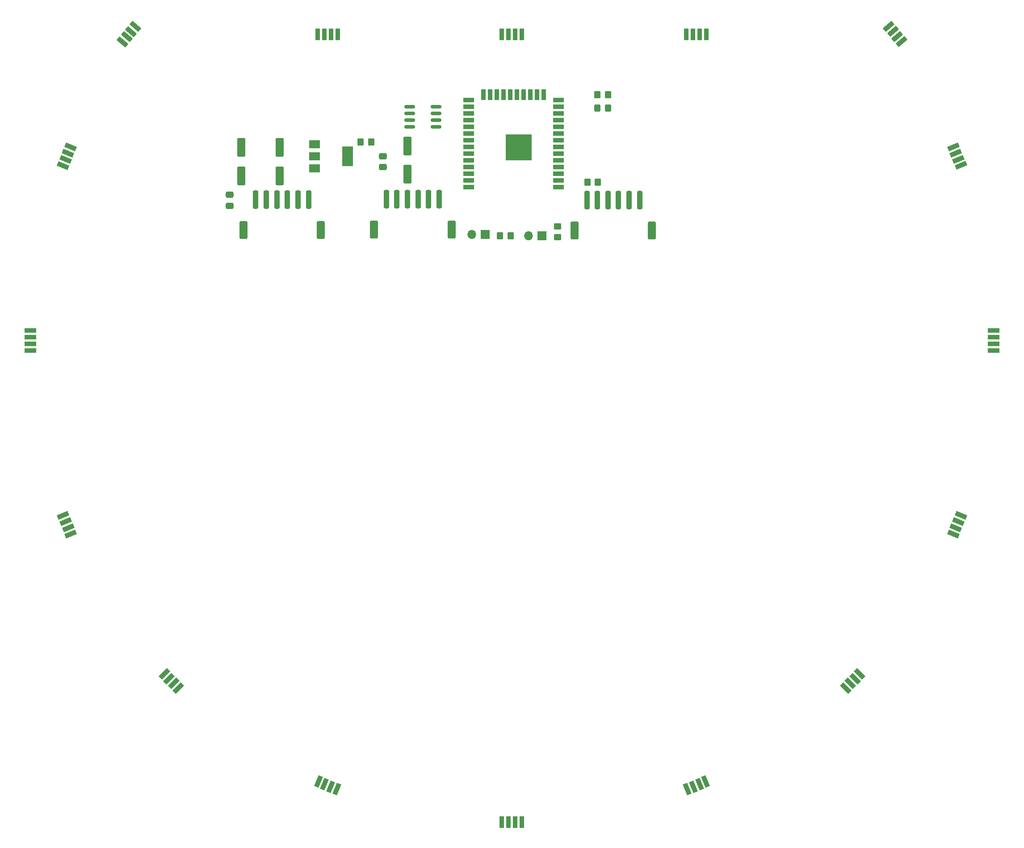
<source format=gts>
G04 #@! TF.GenerationSoftware,KiCad,Pcbnew,6.0.2-378541a8eb~116~ubuntu20.04.1*
G04 #@! TF.CreationDate,2023-01-27T16:27:25+01:00*
G04 #@! TF.ProjectId,BUCKY_IR,4255434b-595f-4495-922e-6b696361645f,rev?*
G04 #@! TF.SameCoordinates,Original*
G04 #@! TF.FileFunction,Soldermask,Top*
G04 #@! TF.FilePolarity,Negative*
%FSLAX46Y46*%
G04 Gerber Fmt 4.6, Leading zero omitted, Abs format (unit mm)*
G04 Created by KiCad (PCBNEW 6.0.2-378541a8eb~116~ubuntu20.04.1) date 2023-01-27 16:27:25*
%MOMM*%
%LPD*%
G01*
G04 APERTURE LIST*
G04 Aperture macros list*
%AMRoundRect*
0 Rectangle with rounded corners*
0 $1 Rounding radius*
0 $2 $3 $4 $5 $6 $7 $8 $9 X,Y pos of 4 corners*
0 Add a 4 corners polygon primitive as box body*
4,1,4,$2,$3,$4,$5,$6,$7,$8,$9,$2,$3,0*
0 Add four circle primitives for the rounded corners*
1,1,$1+$1,$2,$3*
1,1,$1+$1,$4,$5*
1,1,$1+$1,$6,$7*
1,1,$1+$1,$8,$9*
0 Add four rect primitives between the rounded corners*
20,1,$1+$1,$2,$3,$4,$5,0*
20,1,$1+$1,$4,$5,$6,$7,0*
20,1,$1+$1,$6,$7,$8,$9,0*
20,1,$1+$1,$8,$9,$2,$3,0*%
%AMRotRect*
0 Rectangle, with rotation*
0 The origin of the aperture is its center*
0 $1 length*
0 $2 width*
0 $3 Rotation angle, in degrees counterclockwise*
0 Add horizontal line*
21,1,$1,$2,0,0,$3*%
G04 Aperture macros list end*
%ADD10RotRect,0.900000X2.200000X67.500000*%
%ADD11R,1.700000X1.700000*%
%ADD12O,1.700000X1.700000*%
%ADD13RoundRect,0.250000X-0.250000X-1.500000X0.250000X-1.500000X0.250000X1.500000X-0.250000X1.500000X0*%
%ADD14RoundRect,0.250001X-0.499999X-1.449999X0.499999X-1.449999X0.499999X1.449999X-0.499999X1.449999X0*%
%ADD15RotRect,0.900000X2.200000X315.000000*%
%ADD16RoundRect,0.250000X-0.350000X-0.450000X0.350000X-0.450000X0.350000X0.450000X-0.350000X0.450000X0*%
%ADD17RotRect,0.900000X2.200000X230.000000*%
%ADD18R,0.900000X2.200000*%
%ADD19RoundRect,0.250000X0.550000X-1.500000X0.550000X1.500000X-0.550000X1.500000X-0.550000X-1.500000X0*%
%ADD20RotRect,0.900000X2.200000X292.500000*%
%ADD21RoundRect,0.250000X0.350000X0.450000X-0.350000X0.450000X-0.350000X-0.450000X0.350000X-0.450000X0*%
%ADD22RotRect,0.900000X2.200000X45.000000*%
%ADD23R,2.200000X0.900000*%
%ADD24RoundRect,0.250000X-0.475000X0.337500X-0.475000X-0.337500X0.475000X-0.337500X0.475000X0.337500X0*%
%ADD25R,2.000000X0.900000*%
%ADD26R,0.900000X2.000000*%
%ADD27R,5.000000X5.000000*%
%ADD28RoundRect,0.250000X-0.450000X0.350000X-0.450000X-0.350000X0.450000X-0.350000X0.450000X0.350000X0*%
%ADD29RoundRect,0.150000X0.825000X0.150000X-0.825000X0.150000X-0.825000X-0.150000X0.825000X-0.150000X0*%
%ADD30RotRect,0.900000X2.200000X130.000000*%
%ADD31RotRect,0.900000X2.200000X247.500000*%
%ADD32RoundRect,0.250000X-0.325000X-0.450000X0.325000X-0.450000X0.325000X0.450000X-0.325000X0.450000X0*%
%ADD33RotRect,0.900000X2.200000X337.500000*%
%ADD34R,2.000000X1.500000*%
%ADD35R,2.000000X3.800000*%
%ADD36RotRect,0.900000X2.200000X22.500000*%
%ADD37RotRect,0.900000X2.200000X112.500000*%
G04 APERTURE END LIST*
D10*
X205423102Y-118194368D03*
X205909110Y-117021041D03*
X206395118Y-115847714D03*
X206881126Y-114674387D03*
D11*
X116725000Y-61425000D03*
D12*
X114185000Y-61425000D03*
D13*
X136000000Y-54850000D03*
X138000000Y-54850000D03*
X140000000Y-54850000D03*
X142000000Y-54850000D03*
X144000000Y-54850000D03*
X146000000Y-54850000D03*
D14*
X148350000Y-60600000D03*
X133650000Y-60600000D03*
D15*
X55897648Y-144715346D03*
X56795674Y-145613372D03*
X57693699Y-146511397D03*
X58591725Y-147409423D03*
D16*
X93100000Y-43900000D03*
X95100000Y-43900000D03*
D17*
X50424832Y-21965434D03*
X49608492Y-22938310D03*
X48792152Y-23911186D03*
X47975812Y-24884063D03*
D18*
X88761003Y-23500000D03*
X87491003Y-23500000D03*
X86221003Y-23500000D03*
X84951003Y-23500000D03*
D11*
X127475000Y-61675000D03*
D12*
X124935000Y-61675000D03*
D18*
X158638997Y-23500000D03*
X157368997Y-23500000D03*
X156098997Y-23500000D03*
X154828997Y-23500000D03*
D19*
X70500000Y-50300000D03*
X70500000Y-44900000D03*
D20*
X36722700Y-114683626D03*
X37208708Y-115856953D03*
X37694716Y-117030280D03*
X38180724Y-118203607D03*
D21*
X121550000Y-61650000D03*
X119550000Y-61650000D03*
X138100000Y-51500000D03*
X136100000Y-51500000D03*
D18*
X119900000Y-172800000D03*
X121170000Y-172800000D03*
X122440000Y-172800000D03*
X123710000Y-172800000D03*
D22*
X185015346Y-147402352D03*
X185913372Y-146504326D03*
X186811397Y-145606301D03*
X187709423Y-144708275D03*
D19*
X77800000Y-50300000D03*
X77800000Y-44900000D03*
D16*
X138000000Y-34900000D03*
X140000000Y-34900000D03*
D23*
X30500000Y-79600000D03*
X30500000Y-80870000D03*
X30500000Y-82140000D03*
X30500000Y-83410000D03*
D24*
X97300000Y-46562500D03*
X97300000Y-48637500D03*
D25*
X130600000Y-52400000D03*
X130600000Y-51130000D03*
X130600000Y-49860000D03*
X130600000Y-48590000D03*
X130600000Y-47320000D03*
X130600000Y-46050000D03*
X130600000Y-44780000D03*
X130600000Y-43510000D03*
X130600000Y-42240000D03*
X130600000Y-40970000D03*
X130600000Y-39700000D03*
X130600000Y-38430000D03*
X130600000Y-37160000D03*
X130600000Y-35890000D03*
D26*
X127815000Y-34890000D03*
X126545000Y-34890000D03*
X125275000Y-34890000D03*
X124005000Y-34890000D03*
X122735000Y-34890000D03*
X121465000Y-34890000D03*
X120195000Y-34890000D03*
X118925000Y-34890000D03*
X117655000Y-34890000D03*
X116385000Y-34890000D03*
D25*
X113600000Y-35890000D03*
X113600000Y-37160000D03*
X113600000Y-38430000D03*
X113600000Y-39700000D03*
X113600000Y-40970000D03*
X113600000Y-42240000D03*
X113600000Y-43510000D03*
X113600000Y-44780000D03*
X113600000Y-46050000D03*
X113600000Y-47320000D03*
X113600000Y-48590000D03*
X113600000Y-49860000D03*
X113600000Y-51130000D03*
X113600000Y-52400000D03*
D27*
X123100000Y-44900000D03*
D18*
X123700000Y-23500000D03*
X122430000Y-23500000D03*
X121160000Y-23500000D03*
X119890000Y-23500000D03*
D28*
X130450000Y-59900000D03*
X130450000Y-61900000D03*
D29*
X107375000Y-41005000D03*
X107375000Y-39735000D03*
X107375000Y-38465000D03*
X107375000Y-37195000D03*
X102425000Y-37195000D03*
X102425000Y-38465000D03*
X102425000Y-39735000D03*
X102425000Y-41005000D03*
D30*
X195621296Y-24855484D03*
X194804956Y-23882608D03*
X193988616Y-22909732D03*
X193172276Y-21936855D03*
D24*
X68300000Y-53862500D03*
X68300000Y-55937500D03*
D31*
X38176898Y-44805632D03*
X37690890Y-45978959D03*
X37204882Y-47152286D03*
X36718874Y-48325613D03*
D32*
X137975000Y-37400000D03*
X140025000Y-37400000D03*
D19*
X102000000Y-50000000D03*
X102000000Y-44600000D03*
D33*
X85105632Y-165123102D03*
X86278959Y-165609110D03*
X87452286Y-166095118D03*
X88625613Y-166581126D03*
D34*
X84350000Y-44300000D03*
D35*
X90650000Y-46600000D03*
D34*
X84350000Y-46600000D03*
X84350000Y-48900000D03*
D13*
X73245000Y-54780000D03*
X75245000Y-54780000D03*
X77245000Y-54780000D03*
X79245000Y-54780000D03*
X81245000Y-54780000D03*
X83245000Y-54780000D03*
D14*
X85595000Y-60530000D03*
X70895000Y-60530000D03*
D23*
X213100000Y-83400000D03*
X213100000Y-82130000D03*
X213100000Y-80860000D03*
X213100000Y-79590000D03*
D36*
X154983626Y-166577300D03*
X156156953Y-166091292D03*
X157330280Y-165605284D03*
X158503607Y-165119276D03*
D13*
X98000000Y-54750000D03*
X100000000Y-54750000D03*
X102000000Y-54750000D03*
X104000000Y-54750000D03*
X106000000Y-54750000D03*
X108000000Y-54750000D03*
D14*
X95650000Y-60500000D03*
X110350000Y-60500000D03*
D37*
X206877300Y-48316374D03*
X206391292Y-47143047D03*
X205905284Y-45969720D03*
X205419276Y-44796393D03*
M02*

</source>
